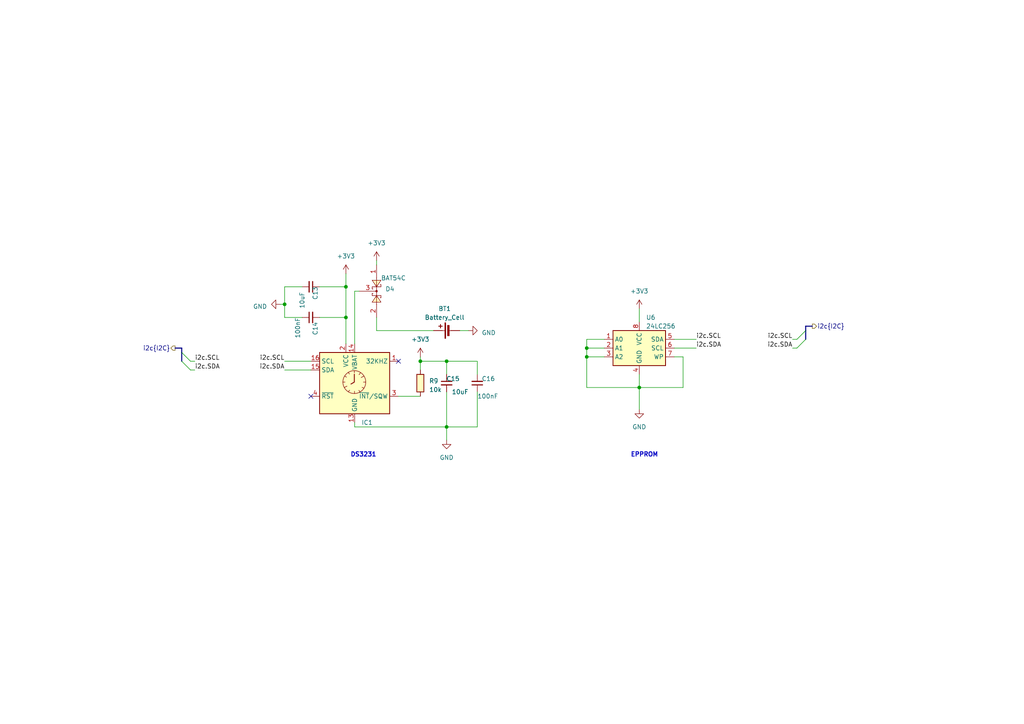
<source format=kicad_sch>
(kicad_sch (version 20230121) (generator eeschema)
  (paper "A4")
  (lib_symbols
    (symbol "IVS_SYMBOLS:BAT54C" (pin_names (offset 1.016))
      (property "Reference" "D" (at 0.635 -3.81 0))
      (property "Value" "BAT54C" (at -6.35 3.175 0))
      (symbol "BAT54C_0_1"
        (polyline (pts (xy -1.905 0) (xy 1.905 0)))
        (polyline (pts (xy -1.905 1.27) (xy -1.905 1.016)))
        (polyline (pts (xy -1.27 -1.27) (xy -0.635 -1.27)))
        (polyline (pts (xy -1.27 0) (xy -3.81 0)))
        (polyline (pts (xy -1.27 1.27) (xy -1.905 1.27)))
        (polyline (pts (xy -1.27 1.27) (xy -1.27 -1.27)))
        (polyline (pts (xy -0.635 -1.27) (xy -0.635 -1.016)))
        (polyline (pts (xy 0.635 -1.27) (xy 0.635 -1.016)))
        (polyline (pts (xy 1.27 -1.27) (xy 0.635 -1.27)))
        (polyline (pts (xy 1.27 1.27) (xy 1.27 -1.27)))
        (polyline (pts (xy 1.27 1.27) (xy 1.905 1.27)))
        (polyline (pts (xy 1.905 1.27) (xy 1.905 1.016)))
        (polyline (pts (xy 3.81 0) (xy 1.27 0)))
        (circle (center 0 0) (radius 0.254) (fill (type outline)))
      )
      (symbol "BAT54C_1_1"
        (polyline (pts (xy -3.175 -1.27) (xy -3.175 1.27) (xy -1.27 0) (xy -3.175 -1.27)) (fill (type background)))
        (polyline (pts (xy 3.175 -1.27) (xy 3.175 1.27) (xy 1.27 0) (xy 3.175 -1.27)) (fill (type background)))
        (pin passive line (at -7.62 0 0) (length 3.81) (name "~") (number "1"))
        (pin passive line (at 7.62 0 180) (length 3.81) (name "~") (number "2"))
        (pin passive line (at 0 -5.08 90) (length 5.08) (name "~") (number "3"))
      )
    )
    (symbol "IVS_SYMBOLS:Battery_Cell" (pin_numbers hide) (pin_names (offset 0) hide)
      (property "Reference" "BT" (at 2.54 2.54 0))
      (property "Value" "Battery_Cell" (at 2.54 0 0))
      (symbol "Battery_Cell_0_1"
        (rectangle (start -2.286 1.778) (end 2.286 1.524) (fill (type outline)))
        (rectangle (start -1.524 1.016) (end 1.524 0.508) (fill (type outline)))
        (polyline (pts (xy 0 0.762) (xy 0 0)))
        (polyline (pts (xy 0 1.778) (xy 0 2.54)))
        (polyline (pts (xy 0.762 3.048) (xy 1.778 3.048)) (stroke (width 0.254)))
        (polyline (pts (xy 1.27 3.556) (xy 1.27 2.54)) (stroke (width 0.254)))
      )
      (symbol "Battery_Cell_1_1"
        (pin passive line (at 0 5.08 270) (length 2.54) (name "+") (number "1"))
        (pin passive line (at 0 -2.54 90) (length 2.54) (name "-") (number "2"))
      )
    )
    (symbol "IVS_SYMBOLS:C_Small" (pin_numbers hide) (pin_names (offset 0.254) hide)
      (property "Reference" "C" (at 0.254 1.778 0))
      (property "Value" "C_Small" (at 0.254 -2.032 0))
      (symbol "C_Small_0_1"
        (polyline (pts (xy -1.524 -0.508) (xy 1.524 -0.508)) (stroke (width 0.3302)))
        (polyline (pts (xy -1.524 0.508) (xy 1.524 0.508)) (stroke (width 0.3048)))
      )
      (symbol "C_Small_1_1"
        (pin passive line (at 0 2.54 270) (length 2.032) (name "~") (number "1"))
        (pin passive line (at 0 -2.54 90) (length 2.032) (name "~") (number "2"))
      )
    )
    (symbol "IVS_SYMBOLS:R" (pin_numbers hide) (pin_names (offset 0))
      (property "Reference" "R" (at 2.032 0 90))
      (property "Value" "R" (at 0 0 90))
      (symbol "R_1_1"
        (rectangle (start -1.016 2.54) (end 1.016 -2.54) (stroke (width 0.254)) (fill (type background)))
        (pin passive line (at 0 3.81 270) (length 1.27) (name "~") (number "1"))
        (pin passive line (at 0 -3.81 90) (length 1.27) (name "~") (number "2"))
      )
    )
    (symbol "IVS_SYMBOLS:RTC_DS3231M"
      (property "Reference" "IC" (at -7.62 8.89 0))
      (property "Value" "RTC_DS3231M" (at 6.985 -20.955 0))
      (symbol "RTC_DS3231M_0_1"
        (rectangle (start -10.16 7.62) (end 10.16 -10.16) (stroke (width 0.254)) (fill (type background)))
        (circle (center -0.1016 -0.9652) (radius 3.316))
        (polyline (pts (xy -3.4544 -0.9652) (xy -2.794 -0.9652)))
        (polyline (pts (xy -2.9972 -2.54) (xy -2.2352 -2.1336)))
        (polyline (pts (xy -2.8956 0.8128) (xy -2.3876 0.4572)))
        (polyline (pts (xy -1.8288 -3.7592) (xy -1.4732 -3.302)))
        (polyline (pts (xy -1.8288 1.8288) (xy -1.524 1.3716)))
        (polyline (pts (xy -0.1016 2.3368) (xy -0.1016 1.7272)))
        (polyline (pts (xy -0.0508 -3.6068) (xy -0.0508 -4.2672)))
        (polyline (pts (xy 1.2192 -3.3528) (xy 1.524 -3.81)))
        (polyline (pts (xy 1.27 1.1684) (xy 1.6764 1.7272)))
        (polyline (pts (xy 1.8796 0.3556) (xy 2.6416 0.762)))
        (polyline (pts (xy 2.1336 -2.4892) (xy 2.6924 -2.7432)))
        (polyline (pts (xy 2.54 -0.9652) (xy 3.2004 -0.9652)))
        (polyline (pts (xy -0.1016 1.3208) (xy -0.1016 -0.9652) (xy -1.0668 -1.524)) (stroke (width 0.254)))
      )
      (symbol "RTC_DS3231M_1_1"
        (pin open_collector line (at 12.7 5.08 180) (length 2.54) (name "32KHZ") (number "1"))
        (pin passive line (at 0 -12.7 90) (length 2.54) hide (name "GND") (number "10"))
        (pin passive line (at 0 -12.7 90) (length 2.54) hide (name "GND") (number "11"))
        (pin passive line (at 0 -12.7 90) (length 2.54) hide (name "GND") (number "12"))
        (pin power_in line (at 0 -12.7 90) (length 2.54) (name "GND") (number "13"))
        (pin power_in line (at 0 10.16 270) (length 2.54) (name "VBAT") (number "14"))
        (pin bidirectional line (at -12.7 2.54 0) (length 2.54) (name "SDA") (number "15"))
        (pin input line (at -12.7 5.08 0) (length 2.54) (name "SCL") (number "16"))
        (pin power_in line (at -2.54 10.16 270) (length 2.54) (name "VCC") (number "2"))
        (pin open_collector line (at 12.7 -5.08 180) (length 2.54) (name "~{INT}/SQW") (number "3"))
        (pin bidirectional line (at -12.7 -5.08 0) (length 2.54) (name "~{RST}") (number "4"))
        (pin passive line (at 0 -12.7 90) (length 2.54) hide (name "GND") (number "5"))
        (pin passive line (at 0 -12.7 90) (length 2.54) hide (name "GND") (number "6"))
        (pin passive line (at 0 -12.7 90) (length 2.54) hide (name "GND") (number "7"))
        (pin passive line (at 0 -12.7 90) (length 2.54) hide (name "GND") (number "8"))
        (pin passive line (at 0 -12.7 90) (length 2.54) hide (name "GND") (number "9"))
      )
    )
    (symbol "Memory_EEPROM:24LC256"
      (property "Reference" "U" (at -6.35 6.35 0))
      (property "Value" "24LC256" (at 1.27 6.35 0))
      (symbol "24LC256_1_1"
        (rectangle (start -7.62 5.08) (end 7.62 -5.08) (stroke (width 0.254)) (fill (type background)))
        (pin input line (at -10.16 2.54 0) (length 2.54) (name "A0") (number "1"))
        (pin input line (at -10.16 0 0) (length 2.54) (name "A1") (number "2"))
        (pin input line (at -10.16 -2.54 0) (length 2.54) (name "A2") (number "3"))
        (pin power_in line (at 0 -7.62 90) (length 2.54) (name "GND") (number "4"))
        (pin bidirectional line (at 10.16 2.54 180) (length 2.54) (name "SDA") (number "5"))
        (pin input line (at 10.16 0 180) (length 2.54) (name "SCL") (number "6"))
        (pin input line (at 10.16 -2.54 180) (length 2.54) (name "WP") (number "7"))
        (pin power_in line (at 0 7.62 270) (length 2.54) (name "VCC") (number "8"))
      )
    )
    (symbol "power:+3V3" (power) (pin_names (offset 0))
      (property "Value" "+3V3" (at 0 3.556 0))
      (symbol "+3V3_0_1"
        (polyline (pts (xy -0.762 1.27) (xy 0 2.54)))
        (polyline (pts (xy 0 0) (xy 0 2.54)))
        (polyline (pts (xy 0 2.54) (xy 0.762 1.27)))
      )
      (symbol "+3V3_1_1"
        (pin power_in line (at 0 0 90) (length 0) hide (name "+3V3") (number "1"))
      )
    )
    (symbol "power:GND" (power) (pin_names (offset 0))
      (property "Value" "GND" (at 0 -3.81 0))
      (symbol "GND_0_1"
        (polyline (pts (xy 0 0) (xy 0 -1.27) (xy 1.27 -1.27) (xy 0 -2.54) (xy -1.27 -1.27) (xy 0 -1.27)))
      )
      (symbol "GND_1_1"
        (pin power_in line (at 0 0 270) (length 0) hide (name "GND") (number "1"))
      )
    )
  )
  (junction (at 129.54 104.775))
  (junction (at 185.42 112.395))
  (junction (at 170.18 100.965))
  (junction (at 100.33 83.185))
  (junction (at 170.18 103.505))
  (junction (at 100.33 92.075))
  (junction (at 129.54 123.825))
  (junction (at 121.92 104.775))
  (junction (at 82.55 88.265))
  (no_connect (at 90.17 114.935))
  (no_connect (at 115.57 104.775))
  (bus_entry (at 231.14 100.965) (size 2.54 -2.54))
  (bus_entry (at 231.14 98.425) (size 2.54 -2.54))
  (bus_entry (at 55.245 107.315) (size -2.54 -2.54))
  (bus_entry (at 55.245 104.775) (size -2.54 -2.54))
  (wire (pts (xy 170.18 100.965) (xy 175.26 100.965)))
  (wire (pts (xy 109.22 92.075) (xy 109.22 95.885)))
  (wire (pts (xy 109.22 75.565) (xy 109.22 76.835)))
  (wire (pts (xy 198.12 112.395) (xy 185.42 112.395)))
  (wire (pts (xy 195.58 103.505) (xy 198.12 103.505)))
  (wire (pts (xy 81.28 88.265) (xy 82.55 88.265)))
  (wire (pts (xy 170.18 103.505) (xy 175.26 103.505)))
  (wire (pts (xy 133.35 95.885) (xy 135.89 95.885)))
  (wire (pts (xy 92.71 83.185) (xy 100.33 83.185)))
  (wire (pts (xy 102.87 122.555) (xy 102.87 123.825)))
  (wire (pts (xy 185.42 89.535) (xy 185.42 93.345)))
  (wire (pts (xy 185.42 112.395) (xy 185.42 118.745)))
  (wire (pts (xy 170.18 112.395) (xy 185.42 112.395)))
  (wire (pts (xy 229.87 98.425) (xy 231.14 98.425)))
  (wire (pts (xy 170.18 98.425) (xy 170.18 100.965)))
  (wire (pts (xy 129.54 104.775) (xy 138.43 104.775)))
  (wire (pts (xy 195.58 100.965) (xy 201.93 100.965)))
  (wire (pts (xy 100.33 79.375) (xy 100.33 83.185)))
  (wire (pts (xy 170.18 100.965) (xy 170.18 103.505)))
  (wire (pts (xy 138.43 113.665) (xy 138.43 123.825)))
  (wire (pts (xy 82.55 104.775) (xy 90.17 104.775)))
  (wire (pts (xy 175.26 98.425) (xy 170.18 98.425)))
  (wire (pts (xy 82.55 107.315) (xy 90.17 107.315)))
  (wire (pts (xy 100.33 92.075) (xy 100.33 99.695)))
  (bus (pts (xy 233.68 94.615) (xy 233.68 95.885)))
  (wire (pts (xy 121.92 104.775) (xy 129.54 104.775)))
  (wire (pts (xy 121.92 104.775) (xy 121.92 107.315)))
  (wire (pts (xy 56.515 104.775) (xy 55.245 104.775)))
  (wire (pts (xy 229.87 100.965) (xy 231.14 100.965)))
  (wire (pts (xy 198.12 103.505) (xy 198.12 112.395)))
  (wire (pts (xy 56.515 107.315) (xy 55.245 107.315)))
  (wire (pts (xy 92.71 92.075) (xy 100.33 92.075)))
  (wire (pts (xy 195.58 98.425) (xy 201.93 98.425)))
  (wire (pts (xy 129.54 123.825) (xy 138.43 123.825)))
  (wire (pts (xy 129.54 104.775) (xy 129.54 108.585)))
  (wire (pts (xy 87.63 83.185) (xy 82.55 83.185)))
  (wire (pts (xy 102.87 123.825) (xy 129.54 123.825)))
  (wire (pts (xy 104.14 84.455) (xy 102.87 84.455)))
  (wire (pts (xy 100.33 83.185) (xy 100.33 92.075)))
  (bus (pts (xy 52.705 100.965) (xy 52.705 102.235)))
  (bus (pts (xy 233.68 95.885) (xy 233.68 98.425)))
  (bus (pts (xy 52.705 100.965) (xy 50.8 100.965)))
  (wire (pts (xy 121.92 103.505) (xy 121.92 104.775)))
  (wire (pts (xy 185.42 108.585) (xy 185.42 112.395)))
  (bus (pts (xy 52.705 102.235) (xy 52.705 104.775)))
  (wire (pts (xy 138.43 104.775) (xy 138.43 108.585)))
  (wire (pts (xy 115.57 114.935) (xy 121.92 114.935)))
  (wire (pts (xy 82.55 83.185) (xy 82.55 88.265)))
  (wire (pts (xy 129.54 113.665) (xy 129.54 123.825)))
  (wire (pts (xy 82.55 88.265) (xy 82.55 92.075)))
  (wire (pts (xy 102.87 84.455) (xy 102.87 99.695)))
  (wire (pts (xy 109.22 95.885) (xy 125.73 95.885)))
  (bus (pts (xy 233.68 94.615) (xy 235.585 94.615)))
  (wire (pts (xy 129.54 123.825) (xy 129.54 127.635)))
  (wire (pts (xy 170.18 103.505) (xy 170.18 112.395)))
  (wire (pts (xy 87.63 92.075) (xy 82.55 92.075)))
  (text "EPPROM" (at 182.88 132.715 0) (effects (font (size 1.27 1.27) bold) (justify left bottom)))
  (text "DS3231" (at 101.6 132.715 0) (effects (font (size 1.27 1.27) bold) (justify left bottom)))
  (label "i2c.SCL" (at 229.87 98.425 180))
  (label "i2c.SDA" (at 82.55 107.315 180))
  (label "i2c.SCL" (at 82.55 104.775 180))
  (label "i2c.SCL" (at 201.93 98.425 0))
  (label "i2c.SDA" (at 201.93 100.965 0))
  (label "i2c.SDA" (at 229.87 100.965 180))
  (label "i2c.SCL" (at 56.515 104.775 0))
  (label "i2c.SDA" (at 56.515 107.315 0))
  (hierarchical_label "i2c{I2C}" (shape output) (at 235.585 94.615 0))
  (hierarchical_label "i2c{I2C}" (shape output) (at 50.8 100.965 180))
  (symbol (lib_id "IVS_SYMBOLS:C_Small") (at 90.17 83.185 270) (unit 1)
    (property "Reference" "C13" (at 91.44 86.995 0) (effects (justify right)))
    (property "Value" "10uF" (at 87.63 89.535 0) (effects (justify right)))
    (property "Footprint" "IVS_FOOTPRINTS:C_0603" (effects hide))
    (instances (project "KingPump" (path "" (reference "C13") (unit 1))) (project "MayLuuDong" (path "" (reference "C10") (unit 1))))
  )
  (symbol (lib_id "IVS_SYMBOLS:C_Small") (at 90.17 92.075 90) (unit 1)
    (property "Reference" "C14" (at 91.44 93.345 0) (effects (justify right)))
    (property "Value" "100nF" (at 86.36 92.075 0) (effects (justify right)))
    (property "Footprint" "IVS_FOOTPRINTS:C_0603" (effects hide))
    (instances (project "KingPump" (path "" (reference "C14") (unit 1))) (project "MayLuuDong" (path "" (reference "C23") (unit 1))))
  )
  (symbol (lib_id "IVS_SYMBOLS:RTC_DS3231M") (at 102.87 109.855 0) (unit 1)
    (property "Reference" "IC1" (at 104.8259 122.555 0) (effects (justify left)))
    (property "Value" "RTC_DS3231M" (effects hide))
    (property "Footprint" "IVS_FOOTPRINTS:SOIC-16W_7.5x10.3mm_P1.27mm" (effects hide))
    (property "Datasheet" "http://datasheets.maximintegrated.com/en/ds/DS3231.pdf" (effects hide))
    (property "Thegioiic_Buylink" "https://www.thegioiic.com/ds3231sn-ic-rtc-clock-calendar-16-soic" (effects hide))
    (property "ICDAYROI_Buylink" "https://icdayroi.com/ds3231n" (effects hide))
    (property "Digikey_Buylink" "https://www.digikey.com/en/products/detail/analog-devices-inc-maxim-integrated/DS3231M-TRL/2402421" (effects hide))
  )
  (symbol (lib_id "power:+3V3") (at 100.33 79.375 0) (unit 1)
    (property "Reference" "#PWR022" (effects hide))
    (property "Value" "+3V3" (at 100.33 74.295 0))
  )
  (symbol (lib_id "Memory_EEPROM:24LC256") (at 185.42 100.965 0) (unit 1)
    (property "Reference" "U6" (at 187.3759 92.075 0) (effects (justify left)))
    (property "Value" "24LC256" (at 187.3759 94.615 0) (effects (justify left)))
    (property "Footprint" "IVS_FOOTPRINTS:SOIC-8_3.9x4.9mm_P1.27mm" (effects hide))
    (property "Datasheet" "http://ww1.microchip.com/downloads/en/devicedoc/21203m.pdf" (effects hide))
    (instances (project "KingPump" (path "" (reference "U6") (unit 1))) (project "MayLuuDong" (path "" (reference "U21") (unit 1))))
  )
  (symbol (lib_id "power:GND") (at 129.54 127.635 0) (unit 1)
    (property "Reference" "#PWR018" (effects hide))
    (property "Value" "GND" (at 129.54 132.715 0))
    (instances (project "KingPump" (path "" (reference "#PWR018") (unit 1))) (project "MayLuuDong" (path "" (reference "#PWR06") (unit 1))))
  )
  (symbol (lib_id "power:GND") (at 185.42 118.745 0) (unit 1)
    (property "Reference" "#PWR038" (effects hide))
    (property "Value" "GND" (at 185.42 123.825 0))
    (instances (project "KingPump" (path "" (reference "#PWR038") (unit 1))) (project "MayLuuDong" (path "" (reference "#PWR011") (unit 1))))
  )
  (symbol (lib_id "IVS_SYMBOLS:Battery_Cell") (at 130.81 95.885 90) (unit 1)
    (property "Reference" "BT1" (at 128.9685 89.535 90))
    (property "Value" "Battery_Cell" (at 128.9685 92.075 90))
    (property "Footprint" "IVS_FOOTPRINTS:BatteryHolder_CR1220" (effects hide))
  )
  (symbol (lib_id "power:+3V3") (at 109.22 75.565 0) (unit 1)
    (property "Reference" "#PWR015" (effects hide))
    (property "Value" "+3V3" (at 109.22 70.485 0))
  )
  (symbol (lib_id "power:GND") (at 81.28 88.265 270) (unit 1)
    (property "Reference" "#PWR014" (effects hide))
    (property "Value" "GND" (at 77.47 88.9 90) (effects (justify right)))
    (instances (project "KingPump" (path "" (reference "#PWR014") (unit 1))) (project "MayLuuDong" (path "" (reference "#PWR020") (unit 1))))
  )
  (symbol (lib_id "power:+3V3") (at 185.42 89.535 0) (unit 1)
    (property "Reference" "#PWR016" (effects hide))
    (property "Value" "+3V3" (at 185.42 84.455 0))
  )
  (symbol (lib_id "power:GND") (at 135.89 95.885 90) (unit 1)
    (property "Reference" "#PWR036" (effects hide))
    (property "Value" "GND" (at 139.7 96.52 90) (effects (justify right)))
    (instances (project "KingPump" (path "" (reference "#PWR036") (unit 1))) (project "MayLuuDong" (path "" (reference "#PWR09") (unit 1))))
  )
  (symbol (lib_id "IVS_SYMBOLS:R") (at 121.92 111.125 0) (unit 1)
    (property "Reference" "R9" (at 124.46 110.49 0) (effects (justify left)))
    (property "Value" "10k" (at 124.46 113.03 0) (effects (justify left)))
    (property "Footprint" "IVS_FOOTPRINTS:R_0603" (effects hide))
    (instances (project "KingPump" (path "" (reference "R9") (unit 1))) (project "MayLuuDong" (path "" (reference "R17") (unit 1))))
  )
  (symbol (lib_id "IVS_SYMBOLS:C_Small") (at 129.54 111.125 0) (unit 1)
    (property "Reference" "C15" (at 133.35 109.855 0) (effects (justify right)))
    (property "Value" "10uF" (at 135.89 113.665 0) (effects (justify right)))
    (property "Footprint" "IVS_FOOTPRINTS:C_0603" (effects hide))
    (instances (project "KingPump" (path "" (reference "C15") (unit 1))) (project "MayLuuDong" (path "" (reference "C3") (unit 1))))
  )
  (symbol (lib_id "power:+3V3") (at 121.92 103.505 0) (unit 1)
    (property "Reference" "#PWR025" (effects hide))
    (property "Value" "+3V3" (at 121.92 98.425 0))
  )
  (symbol (lib_id "IVS_SYMBOLS:C_Small") (at 138.43 111.125 180) (unit 1)
    (property "Reference" "C16" (at 139.7 109.855 0) (effects (justify right)))
    (property "Value" "100nF" (at 138.43 114.935 0) (effects (justify right)))
    (property "Footprint" "IVS_FOOTPRINTS:C_0603" (effects hide))
    (instances (project "KingPump" (path "" (reference "C16") (unit 1))) (project "MayLuuDong" (path "" (reference "C4") (unit 1))))
  )
  (symbol (lib_id "IVS_SYMBOLS:BAT54C") (at 109.22 84.455 270) (unit 1)
    (property "Reference" "D4" (at 111.76 83.82 90) (effects (justify left)))
    (property "Value" "BAT54C" (at 110.49 80.645 90) (effects (justify left)))
    (property "Footprint" "IVS_FOOTPRINTS:SOT23-3" (effects hide))
    (property "Datasheet" "http://www.diodes.com/_files/datasheets/ds11005.pdf" (effects hide))
    (instances (project "KingPump" (path "" (reference "D4") (unit 1))) (project "MayLuuDong" (path "" (reference "D2") (unit 1))))
  )
)
</source>
